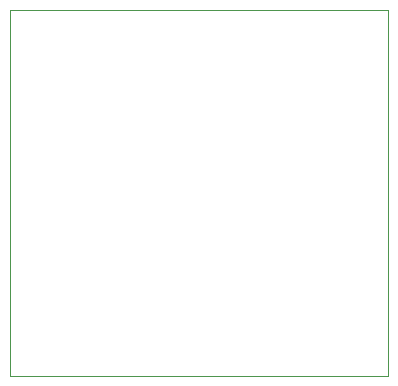
<source format=gbr>
%TF.GenerationSoftware,KiCad,Pcbnew,(6.0.7)*%
%TF.CreationDate,2023-01-27T14:46:33-05:00*%
%TF.ProjectId,Blinky5.0,426c696e-6b79-4352-9e30-2e6b69636164,rev?*%
%TF.SameCoordinates,Original*%
%TF.FileFunction,Profile,NP*%
%FSLAX46Y46*%
G04 Gerber Fmt 4.6, Leading zero omitted, Abs format (unit mm)*
G04 Created by KiCad (PCBNEW (6.0.7)) date 2023-01-27 14:46:33*
%MOMM*%
%LPD*%
G01*
G04 APERTURE LIST*
%TA.AperFunction,Profile*%
%ADD10C,0.100000*%
%TD*%
G04 APERTURE END LIST*
D10*
X161000000Y-83000000D02*
X129000000Y-83000000D01*
X161000000Y-114000000D02*
X161000000Y-83000000D01*
X129000000Y-114000000D02*
X161000000Y-114000000D01*
X129000000Y-84000000D02*
X129000000Y-114000000D01*
X129000000Y-84000000D02*
X129000000Y-83000000D01*
M02*

</source>
